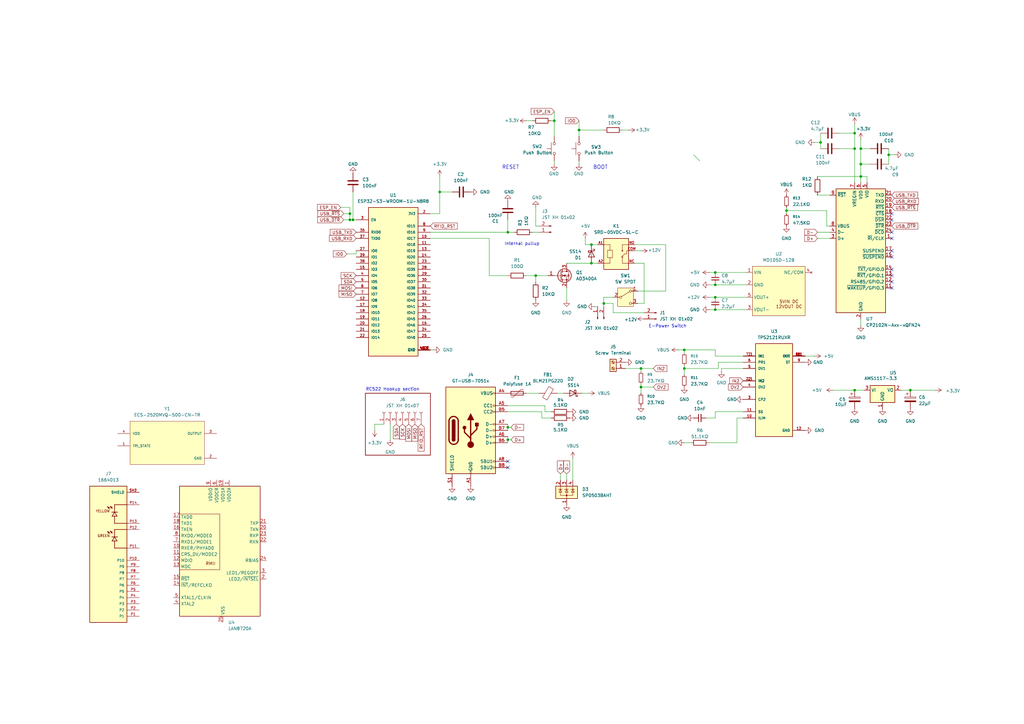
<source format=kicad_sch>
(kicad_sch (version 20250114) (generator "eeschema") (generator_version "9.0")
  (paper "A3")
  (title_block (title "RFID Door Lock Control Board IOT Appliance") (date "2025-09-13") (rev "3") (comment 2 "©Angelo Semertsidis 2025"))
  (text "BOOT" (at 246.253 68.707 0) (effects (font (size 1.524 1.524))))
  (text "E-Power Switch" (at 273.812 133.858 0) (effects (font (size 1.27 1.27))))
  (text "RC522 Hookup section\n" (at 161.036 159.766 0) (effects (font (size 1.27 1.27))))
  (text "Internal pullup" (at 214.122 100.076 0) (effects (font (size 1.27 1.27))))
  (text "RESET" (at 209.423 68.707 0) (effects (font (size 1.524 1.524))))
  (text_box "" (at 149.86 161.29 0) (size 26.67 25.4) (margins 0.9525 0.9525 0.9525 0.9525) (stroke (width 0.254) (color 132 0 0 1)) (effects (font (size 1.27 1.27)) (justify left top)))
  (junction (at 208.28 180.34))
  (junction (at 293.37 111.76))
  (junction (at 219.71 113.03))
  (junction (at 242.57 107.95))
  (junction (at 293.37 127))
  (junction (at 208.28 175.26))
  (junction (at 280.67 151.13))
  (junction (at 322.58 86.36))
  (junction (at 143.51 90.17))
  (junction (at 336.55 58.42))
  (junction (at 247.65 124.46))
  (junction (at 350.52 54.61))
  (junction (at 242.57 100.33))
  (junction (at 364.49 63.5))
  (junction (at 144.78 90.17))
  (junction (at 373.38 160.02))
  (junction (at 262.89 158.75))
  (junction (at 208.28 95.25))
  (junction (at 227.33 49.53))
  (junction (at 353.06 67.31))
  (junction (at 143.51 87.63))
  (junction (at 353.06 72.39))
  (junction (at 350.52 160.02))
  (junction (at 353.06 60.96))
  (junction (at 293.37 121.92))
  (junction (at 280.67 143.51))
  (junction (at 293.37 116.84))
  (junction (at 350.52 60.96))
  (junction (at 180.34 78.74))
  (junction (at 262.89 151.13))
  (junction (at 237.49 53.34))
  (no_connect (at 365.76 118.11))
  (no_connect (at 365.76 110.49))
  (no_connect (at 365.76 105.41))
  (no_connect (at 365.76 113.03))
  (no_connect (at 208.28 189.23))
  (no_connect (at 365.76 97.79))
  (no_connect (at 365.76 87.63))
  (no_connect (at 365.76 115.57))
  (no_connect (at 365.76 90.17))
  (no_connect (at 208.28 191.77))
  (no_connect (at 365.76 102.87))
  (no_connect (at 365.76 95.25))
  (bus_entry (at 284.48 63.5) (size 2.54 2.54))
  (wire (pts (xy 353.06 60.96) (xy 353.06 67.31)))
  (wire (pts (xy 180.34 78.74) (xy 185.42 78.74)))
  (wire (pts (xy 142.24 104.14) (xy 146.05 104.14)))
  (wire (pts (xy 353.06 67.31) (xy 353.06 72.39)))
  (wire (pts (xy 222.25 171.45) (xy 222.25 168.91)))
  (wire (pts (xy 240.03 97.79) (xy 240.03 100.33)))
  (wire (pts (xy 215.9 113.03) (xy 219.71 113.03)))
  (wire (pts (xy 237.49 53.34) (xy 237.49 49.53)))
  (wire (pts (xy 350.52 54.61) (xy 350.52 60.96)))
  (wire (pts (xy 176.53 97.79) (xy 200.66 97.79)))
  (wire (pts (xy 247.65 124.46) (xy 251.46 124.46)))
  (wire (pts (xy 143.51 87.63) (xy 140.97 87.63)))
  (wire (pts (xy 247.65 121.92) (xy 247.65 124.46)))
  (wire (pts (xy 176.53 87.63) (xy 180.34 87.63)))
  (wire (pts (xy 294.64 151.13) (xy 294.64 148.59)))
  (wire (pts (xy 289.56 171.45) (xy 293.37 171.45)))
  (wire (pts (xy 330.2 146.05) (xy 334.01 146.05)))
  (wire (pts (xy 157.48 173.99) (xy 153.67 173.99)))
  (wire (pts (xy 336.55 58.42) (xy 336.55 60.96)))
  (wire (pts (xy 290.83 121.92) (xy 293.37 121.92)))
  (wire (pts (xy 335.28 95.25) (xy 340.36 95.25)))
  (wire (pts (xy 335.28 97.79) (xy 340.36 97.79)))
  (wire (pts (xy 322.58 86.36) (xy 322.58 87.63)))
  (wire (pts (xy 293.37 168.91) (xy 304.8 168.91)))
  (wire (pts (xy 234.95 187.96) (xy 234.95 196.85)))
  (wire (pts (xy 176.53 95.25) (xy 208.28 95.25)))
  (wire (pts (xy 339.09 92.71) (xy 340.36 92.71)))
  (wire (pts (xy 290.83 127) (xy 293.37 127)))
  (wire (pts (xy 293.37 146.05) (xy 293.37 143.51)))
  (wire (pts (xy 208.28 173.99) (xy 208.28 175.26)))
  (wire (pts (xy 339.09 86.36) (xy 339.09 92.71)))
  (wire (pts (xy 251.46 124.46) (xy 251.46 128.27)))
  (wire (pts (xy 176.53 143.51) (xy 177.8 143.51)))
  (wire (pts (xy 264.16 124.46) (xy 264.16 107.95)))
  (wire (pts (xy 238.76 161.29) (xy 241.3 161.29)))
  (wire (pts (xy 200.66 113.03) (xy 200.66 97.79)))
  (wire (pts (xy 226.06 49.53) (xy 227.33 49.53)))
  (wire (pts (xy 208.28 175.26) (xy 209.55 175.26)))
  (wire (pts (xy 280.67 151.13) (xy 280.67 153.67)))
  (wire (pts (xy 143.51 87.63) (xy 143.51 90.17)))
  (wire (pts (xy 160.02 173.99) (xy 160.02 180.34)))
  (wire (pts (xy 247.65 121.92) (xy 251.46 121.92)))
  (wire (pts (xy 293.37 121.92) (xy 306.07 121.92)))
  (wire (pts (xy 293.37 127) (xy 306.07 127)))
  (wire (pts (xy 304.8 151.13) (xy 295.91 151.13)))
  (wire (pts (xy 295.91 151.13) (xy 295.91 152.4)))
  (wire (pts (xy 143.51 90.17) (xy 144.78 90.17)))
  (wire (pts (xy 350.52 160.02) (xy 354.33 160.02)))
  (wire (pts (xy 260.35 102.87) (xy 262.89 102.87)))
  (wire (pts (xy 140.97 90.17) (xy 143.51 90.17)))
  (wire (pts (xy 280.67 143.51) (xy 280.67 144.78)))
  (wire (pts (xy 229.87 194.31) (xy 229.87 196.85)))
  (wire (pts (xy 262.89 158.75) (xy 262.89 161.29)))
  (wire (pts (xy 208.28 180.34) (xy 209.55 180.34)))
  (wire (pts (xy 353.06 130.81) (xy 353.06 133.35)))
  (wire (pts (xy 262.89 151.13) (xy 262.89 152.4)))
  (wire (pts (xy 273.05 100.33) (xy 273.05 119.38)))
  (wire (pts (xy 293.37 116.84) (xy 306.07 116.84)))
  (wire (pts (xy 257.81 53.34) (xy 255.27 53.34)))
  (wire (pts (xy 335.28 80.01) (xy 340.36 80.01)))
  (wire (pts (xy 237.49 53.34) (xy 247.65 53.34)))
  (wire (pts (xy 353.06 57.15) (xy 353.06 60.96)))
  (wire (pts (xy 336.55 54.61) (xy 336.55 58.42)))
  (wire (pts (xy 245.11 125.73) (xy 243.84 125.73)))
  (wire (pts (xy 223.52 168.91) (xy 223.52 166.37)))
  (wire (pts (xy 180.34 87.63) (xy 180.34 78.74)))
  (wire (pts (xy 222.25 168.91) (xy 208.28 168.91)))
  (wire (pts (xy 262.89 151.13) (xy 267.97 151.13)))
  (wire (pts (xy 261.62 124.46) (xy 264.16 124.46)))
  (wire (pts (xy 278.13 143.51) (xy 280.67 143.51)))
  (wire (pts (xy 302.26 181.61) (xy 302.26 171.45)))
  (wire (pts (xy 280.67 181.61) (xy 283.21 181.61)))
  (wire (pts (xy 280.67 151.13) (xy 294.64 151.13)))
  (wire (pts (xy 293.37 111.76) (xy 306.07 111.76)))
  (wire (pts (xy 290.83 116.84) (xy 293.37 116.84)))
  (wire (pts (xy 294.64 148.59) (xy 304.8 148.59)))
  (wire (pts (xy 232.41 118.11) (xy 232.41 123.19)))
  (wire (pts (xy 341.63 160.02) (xy 350.52 160.02)))
  (wire (pts (xy 290.83 181.61) (xy 302.26 181.61)))
  (wire (pts (xy 227.33 67.31) (xy 227.33 66.04)))
  (wire (pts (xy 280.67 149.86) (xy 280.67 151.13)))
  (wire (pts (xy 242.57 107.95) (xy 245.11 107.95)))
  (wire (pts (xy 364.49 67.31) (xy 364.49 63.5)))
  (wire (pts (xy 232.41 194.31) (xy 232.41 196.85)))
  (wire (pts (xy 353.06 60.96) (xy 356.87 60.96)))
  (wire (pts (xy 139.7 85.09) (xy 143.51 85.09)))
  (wire (pts (xy 350.52 50.8) (xy 350.52 54.61)))
  (wire (pts (xy 293.37 143.51) (xy 280.67 143.51)))
  (wire (pts (xy 353.06 72.39) (xy 353.06 74.93)))
  (wire (pts (xy 353.06 67.31) (xy 356.87 67.31)))
  (wire (pts (xy 227.33 55.88) (xy 227.33 49.53)))
  (wire (pts (xy 144.78 90.17) (xy 146.05 90.17)))
  (wire (pts (xy 344.17 54.61) (xy 350.52 54.61)))
  (wire (pts (xy 227.33 49.53) (xy 227.33 45.72)))
  (wire (pts (xy 262.89 157.48) (xy 262.89 158.75)))
  (wire (pts (xy 146.05 104.14) (xy 146.05 102.87)))
  (wire (pts (xy 290.83 111.76) (xy 293.37 111.76)))
  (wire (pts (xy 322.58 86.36) (xy 339.09 86.36)))
  (wire (pts (xy 218.44 95.25) (xy 220.98 95.25)))
  (wire (pts (xy 353.06 72.39) (xy 355.6 72.39)))
  (wire (pts (xy 220.98 92.71) (xy 219.71 92.71)))
  (wire (pts (xy 144.78 78.74) (xy 144.78 90.17)))
  (wire (pts (xy 208.28 180.34) (xy 208.28 181.61)))
  (wire (pts (xy 219.71 113.03) (xy 219.71 115.57)))
  (wire (pts (xy 264.16 107.95) (xy 260.35 107.95)))
  (wire (pts (xy 247.65 124.46) (xy 247.65 125.73)))
  (wire (pts (xy 223.52 166.37) (xy 208.28 166.37)))
  (wire (pts (xy 242.57 100.33) (xy 245.11 100.33)))
  (wire (pts (xy 237.49 55.88) (xy 237.49 53.34)))
  (wire (pts (xy 355.6 72.39) (xy 355.6 74.93)))
  (wire (pts (xy 344.17 60.96) (xy 350.52 60.96)))
  (wire (pts (xy 369.57 160.02) (xy 373.38 160.02)))
  (wire (pts (xy 261.62 119.38) (xy 273.05 119.38)))
  (wire (pts (xy 219.71 92.71) (xy 219.71 85.09)))
  (wire (pts (xy 219.71 113.03) (xy 224.79 113.03)))
  (wire (pts (xy 232.41 107.95) (xy 242.57 107.95)))
  (wire (pts (xy 208.28 95.25) (xy 210.82 95.25)))
  (wire (pts (xy 208.28 175.26) (xy 208.28 176.53)))
  (wire (pts (xy 304.8 146.05) (xy 293.37 146.05)))
  (wire (pts (xy 228.6 161.29) (xy 231.14 161.29)))
  (wire (pts (xy 251.46 128.27) (xy 264.16 128.27)))
  (wire (pts (xy 367.03 63.5) (xy 364.49 63.5)))
  (wire (pts (xy 208.28 95.25) (xy 208.28 90.17)))
  (wire (pts (xy 208.28 179.07) (xy 208.28 180.34)))
  (wire (pts (xy 208.28 113.03) (xy 200.66 113.03)))
  (wire (pts (xy 222.25 171.45) (xy 226.06 171.45)))
  (wire (pts (xy 293.37 171.45) (xy 293.37 168.91)))
  (wire (pts (xy 215.9 49.53) (xy 218.44 49.53)))
  (wire (pts (xy 262.89 158.75) (xy 267.97 158.75)))
  (wire (pts (xy 335.28 72.39) (xy 353.06 72.39)))
  (wire (pts (xy 273.05 100.33) (xy 260.35 100.33)))
  (wire (pts (xy 302.26 171.45) (xy 304.8 171.45)))
  (wire (pts (xy 373.38 160.02) (xy 383.54 160.02)))
  (wire (pts (xy 322.58 85.09) (xy 322.58 86.36)))
  (wire (pts (xy 240.03 100.33) (xy 242.57 100.33)))
  (wire (pts (xy 256.54 151.13) (xy 262.89 151.13)))
  (wire (pts (xy 364.49 63.5) (xy 364.49 60.96)))
  (wire (pts (xy 143.51 87.63) (xy 143.51 85.09)))
  (wire (pts (xy 237.49 67.31) (xy 237.49 66.04)))
  (wire (pts (xy 180.34 72.39) (xy 180.34 78.74)))
  (wire (pts (xy 226.06 168.91) (xy 223.52 168.91)))
  (wire (pts (xy 350.52 60.96) (xy 350.52 74.93)))
  (wire (pts (xy 153.67 173.99) (xy 153.67 176.53)))
  (wire (pts (xy 334.01 58.42) (xy 336.55 58.42)))
  (wire (pts (xy 215.9 161.29) (xy 220.98 161.29)))
  (global_label "USB_RXD" (shape input) (at 365.76 82.55 0) (property "Intersheetrefs" "${INTERSHEET_REFS}" (effects (hide yes))))
  (global_label "OV2" (shape input) (at 267.97 158.75 0) (property "Intersheetrefs" "${INTERSHEET_REFS}" (effects (hide yes))))
  (global_label "USB_~{RTS}" (shape input) (at 365.76 85.09 0) (property "Intersheetrefs" "${INTERSHEET_REFS}" (effects (hide yes))))
  (global_label "SDA" (shape input) (at 146.05 115.57 180) (property "Intersheetrefs" "${INTERSHEET_REFS}" (effects (hide yes))))
  (global_label "MISO" (shape input) (at 146.05 120.65 180) (property "Intersheetrefs" "${INTERSHEET_REFS}" (effects (hide yes))))
  (global_label "D-" (shape input) (at 209.55 175.26 0) (property "Intersheetrefs" "${INTERSHEET_REFS}" (effects (hide yes))))
  (global_label "RFID_RST" (shape input) (at 176.53 92.71 0) (property "Intersheetrefs" "${INTERSHEET_REFS}" (effects (hide yes))))
  (global_label "RFID_RST" (shape input) (at 172.72 173.99 270) (property "Intersheetrefs" "${INTERSHEET_REFS}" (effects (hide yes))))
  (global_label "IO0" (shape input) (at 237.49 49.53 180) (property "Intersheetrefs" "${INTERSHEET_REFS}" (effects (hide yes))))
  (global_label "D+" (shape input) (at 229.87 194.31 90) (property "Intersheetrefs" "${INTERSHEET_REFS}" (effects (hide yes))))
  (global_label "USB_TXD" (shape input) (at 146.05 95.25 180) (property "Intersheetrefs" "${INTERSHEET_REFS}" (effects (hide yes))))
  (global_label "USB_~{RTS}" (shape input) (at 140.97 87.63 180) (property "Intersheetrefs" "${INTERSHEET_REFS}" (effects (hide yes))))
  (global_label "D+" (shape input) (at 335.28 97.79 180) (property "Intersheetrefs" "${INTERSHEET_REFS}" (effects (hide yes))))
  (global_label "D+" (shape input) (at 209.55 180.34 0) (property "Intersheetrefs" "${INTERSHEET_REFS}" (effects (hide yes))))
  (global_label "ESP_EN" (shape input) (at 139.7 85.09 180) (property "Intersheetrefs" "${INTERSHEET_REFS}" (effects (hide yes))))
  (global_label "OV2" (shape input) (at 304.8 158.75 180) (property "Intersheetrefs" "${INTERSHEET_REFS}" (effects (hide yes))))
  (global_label "MOSI" (shape input) (at 146.05 118.11 180) (property "Intersheetrefs" "${INTERSHEET_REFS}" (effects (hide yes))))
  (global_label "MOSI" (shape input) (at 167.64 173.99 270) (property "Intersheetrefs" "${INTERSHEET_REFS}" (effects (hide yes))))
  (global_label "D-" (shape input) (at 232.41 194.31 90) (property "Intersheetrefs" "${INTERSHEET_REFS}" (effects (hide yes))))
  (global_label "IO0" (shape input) (at 142.24 104.14 180) (property "Intersheetrefs" "${INTERSHEET_REFS}" (effects (hide yes))))
  (global_label "IN2" (shape input) (at 267.97 151.13 0) (property "Intersheetrefs" "${INTERSHEET_REFS}" (effects (hide yes))))
  (global_label "SDA" (shape input) (at 162.56 173.99 270) (property "Intersheetrefs" "${INTERSHEET_REFS}" (effects (hide yes))))
  (global_label "IN2" (shape input) (at 304.8 156.21 180) (property "Intersheetrefs" "${INTERSHEET_REFS}" (effects (hide yes))))
  (global_label "SCK" (shape input) (at 146.05 113.03 180) (property "Intersheetrefs" "${INTERSHEET_REFS}" (effects (hide yes))))
  (global_label "USB_~{DTR}" (shape input) (at 140.97 90.17 180) (property "Intersheetrefs" "${INTERSHEET_REFS}" (effects (hide yes))))
  (global_label "D-" (shape input) (at 335.28 95.25 180) (property "Intersheetrefs" "${INTERSHEET_REFS}" (effects (hide yes))))
  (global_label "MISO" (shape input) (at 170.18 173.99 270) (property "Intersheetrefs" "${INTERSHEET_REFS}" (effects (hide yes))))
  (global_label "SCK" (shape input) (at 165.1 173.99 270) (property "Intersheetrefs" "${INTERSHEET_REFS}" (effects (hide yes))))
  (global_label "USB_~{DTR}" (shape input) (at 365.76 92.71 0) (property "Intersheetrefs" "${INTERSHEET_REFS}" (effects (hide yes))))
  (global_label "USB_RXD" (shape input) (at 146.05 97.79 180) (property "Intersheetrefs" "${INTERSHEET_REFS}" (effects (hide yes))))
  (global_label "USB_TXD" (shape input) (at 365.76 80.01 0) (property "Intersheetrefs" "${INTERSHEET_REFS}" (effects (hide yes))))
  (global_label "ESP_EN" (shape input) (at 227.33 45.72 180) (property "Intersheetrefs" "${INTERSHEET_REFS}" (effects (hide yes))))
  (symbol (lib_id "power:+12V") (at 290.83 121.92 90) (unit 1)
    (property "Reference" "#PWR028" (effects (hide yes)))
    (property "Value" "+12V" (at 287.02 121.9199 90) (effects (justify left)))
    (property "Description" "Power symbol creates a global label with name \"+12V\"" (effects (hide yes)))
  )
  (symbol (lib_id "Device:R") (at 335.28 76.2 180) (unit 1)
    (property "Reference" "R12" (at 328.93 73.406 0) (effects (justify right)))
    (property "Value" "1KΩ" (at 328.93 75.946 0) (effects (justify right)))
    (property "Footprint" "Resistor_SMD:R_0805_2012Metric" (effects (hide yes)))
    (property "Description" "Resistor" (effects (hide yes)))
  )
  (symbol (lib_id "Device:D_Schottky") (at 242.57 104.14 270) (unit 1)
    (property "Reference" "D1" (at 238.506 105.664 90) (effects (justify right)))
    (property "Value" "SS14" (at 238.506 103.124 90) (effects (justify right)))
    (property "Footprint" "SS14:DIOM4325X250N" (effects (hide yes)))
    (property "Description" "Schottky diode" (effects (hide yes)))
  )
  (symbol (lib_id "power:GND") (at 193.04 199.39 0) (unit 1)
    (property "Reference" "#PWR016" (effects (hide yes)))
    (property "Value" "GND" (at 193.04 204.47 0))
    (property "Description" "Power symbol creates a global label with name \"GND\" , ground" (effects (hide yes)))
  )
  (symbol (lib_id "power:GND") (at 304.8 163.83 270) (unit 1)
    (property "Reference" "#PWR038" (effects (hide yes)))
    (property "Value" "GND" (at 302.26 163.8299 90) (effects (justify right)))
    (property "Description" "Power symbol creates a global label with name \"GND\" , ground" (effects (hide yes)))
  )
  (symbol (lib_id "power:GND") (at 193.04 78.74 90) (unit 1)
    (property "Reference" "#PWR022" (effects (hide yes)))
    (property "Value" "GND" (at 196.85 78.7399 90) (effects (justify right)))
    (property "Description" "Power symbol creates a global label with name \"GND\" , ground" (effects (hide yes)))
  )
  (symbol (lib_id "1664013:1664013") (at 44.45 227.33 180) (unit 1)
    (property "Reference" "J7" (at 44.45 194.31 0))
    (property "Value" "1664013" (at 44.45 196.85 0))
    (property "Footprint" "1664013:PHOENIX_1664013" (effects (hide yes)))
    (property "DigiKey_Part_Number" "277-1664013-ND" (effects (hide yes)))
    (property "SnapEDA_Link" "https://www.snapeda.com/parts/1664013/Phoenix+Contact/view-part/?ref=snap" (effects (hide yes)))
    (property "MAXIMUM_PACKAGE_HEIGHT" "13.8mm" (effects (hide yes)))
    (property "Package" "None" (effects (hide yes)))
    (property "Check_prices" "https://www.snapeda.com/parts/1664013/Phoenix+Contact/view-part/?ref=eda" (effects (hide yes)))
    (property "STANDARD" "Manufacturer Recommendations" (effects (hide yes)))
    (property "PARTREV" "07.11.2024" (effects (hide yes)))
    (property "MF" "Phoenix Contact" (effects (hide yes)))
    (property "MP" "1664013" (effects (hide yes)))
    (property "Description_1" "Phoenix Contact 1664013 CUC-IB3G-J1ST-AT/R4T-L1" (effects (hide yes)))
    (property "MANUFACTURER" "Phoenix Contact" (effects (hide yes)))
  )
  (symbol (lib_id "Device:R") (at 222.25 49.53 90) (unit 1)
    (property "Reference" "R7" (at 216.535 52.197 90) (effects (justify right)))
    (property "Value" "10KΩ" (at 216.535 54.737 90) (effects (justify right)))
    (property "Footprint" "Resistor_SMD:R_0805_2012Metric" (effects (hide yes)))
    (property "Description" "Resistor" (effects (hide yes)))
  )
  (symbol (lib_id "power:+3.3V") (at 383.54 160.02 270) (unit 1)
    (property "Reference" "#PWR025" (effects (hide yes)))
    (property "Value" "+3.3V" (at 387.858 160.274 90) (effects (justify left)))
    (property "Description" "Power symbol creates a global label with name \"+3.3V\"" (effects (hide yes)))
  )
  (symbol (lib_id "custom:Converter_DC_MD105D-12B") (at 318.77 105.41 0) (unit 1)
    (property "Reference" "U2" (at 319.405 104.14 0))
    (property "Value" "MD105D-12B" (at 319.405 106.68 0))
    (property "Footprint" "custom:MD105D-12B" (effects (hide yes)))
    (property "Datasheet" "https://micropowerdirect.com/wp-content/uploads/2024/08/MD100B-Datasheet.pdf" (effects (hide yes)))
    (property "Description" "5v in to 12v out DC-DC Converter module" (effects (hide yes)))
  )
  (symbol (lib_id "power:+5V") (at 290.83 111.76 90) (unit 1)
    (property "Reference" "#PWR027" (effects (hide yes)))
    (property "Value" "+5V" (at 287.02 111.7599 90) (effects (justify left)))
    (property "Description" "Power symbol creates a global label with name \"+5V\"" (effects (hide yes)))
  )
  (symbol (lib_id "Connector:Conn_01x07_Socket") (at 165.1 168.91 90) (unit 1)
    (property "Reference" "J6" (at 165.1 163.83 90))
    (property "Value" "JST XH 01x07" (at 165.1 166.37 90))
    (property "Footprint" "Connector_JST:JST_XH_S7B-XH-A_1x07_P2.50mm_Horizontal" (effects (hide yes)))
    (property "Description" "Generic connector, single row, 01x07, script generated" (effects (hide yes)))
  )
  (symbol (lib_id "power:GND") (at 233.68 171.45 90) (unit 1)
    (property "Reference" "#PWR018" (effects (hide yes)))
    (property "Value" "GND" (at 237.49 171.4499 90) (effects (justify right)))
    (property "Description" "Power symbol creates a global label with name \"GND\" , ground" (effects (hide yes)))
  )
  (symbol (lib_id "power:+9V") (at 264.16 130.81 90) (unit 1)
    (property "Reference" "#PWR07" (effects (hide yes)))
    (property "Value" "+12V" (at 256.032 131.064 90) (effects (justify right)))
    (property "Description" "Power symbol creates a global label with name \"+9V\"" (effects (hide yes)))
  )
  (symbol (lib_id "Device:R") (at 251.46 53.34 270) (unit 1)
    (property "Reference" "R8" (at 249.301 47.879 90) (effects (justify left)))
    (property "Value" "10KΩ" (at 249.301 50.419 90) (effects (justify left)))
    (property "Footprint" "Resistor_SMD:R_0805_2012Metric" (effects (hide yes)))
    (property "Description" "Resistor" (effects (hide yes)))
  )
  (symbol (lib_id "power:GND") (at 284.48 171.45 270) (unit 1)
    (property "Reference" "#PWR039" (effects (hide yes)))
    (property "Value" "GND" (at 281.94 171.4499 90) (effects (justify right)))
    (property "Description" "Power symbol creates a global label with name \"GND\" , ground" (effects (hide yes)))
  )
  (symbol (lib_id "Device:C_Polarized") (at 350.52 163.83 0) (unit 1)
    (property "Reference" "C5" (at 344.17 163.83 0) (effects (justify left)))
    (property "Value" "10µF" (at 342.392 165.862 0) (effects (justify left)))
    (property "Footprint" "WCAP-ASLL_6.3X5.5:WCAP-ASLL_6.3X5.5_DXL_" (effects (hide yes)))
    (property "Description" "Polarized capacitor" (effects (hide yes)))
  )
  (symbol (lib_id "power:VBUS") (at 278.13 143.51 90) (unit 1)
    (property "Reference" "#PWR020" (effects (hide yes)))
    (property "Value" "VBUS" (at 272.034 143.51 90))
    (property "Description" "Power symbol creates a global label with name \"VBUS\"" (effects (hide yes)))
  )
  (symbol (lib_id "power:GND") (at 330.2 148.59 90) (unit 1)
    (property "Reference" "#PWR045" (effects (hide yes)))
    (property "Value" "GND" (at 333.502 148.59 90) (effects (justify right)))
    (property "Description" "Power symbol creates a global label with name \"GND\" , ground" (effects (hide yes)))
  )
  (symbol (lib_id "Device:C") (at 360.68 67.31 90) (unit 1)
    (property "Reference" "C9" (at 368.554 71.628 90) (effects (justify left)))
    (property "Value" "4.7µF" (at 368.554 69.088 90) (effects (justify left)))
    (property "Footprint" "Capacitor_SMD:C_0603_1608Metric" (effects (hide yes)))
    (property "Description" "Unpolarized capacitor" (effects (hide yes)))
  )
  (symbol (lib_id "Connector:Conn_01x02_Pin") (at 245.11 130.81 90) (unit 1)
    (property "Reference" "J2" (at 239.776 132.08 90) (effects (justify right)))
    (property "Value" "JST XH 01x02" (at 239.776 134.62 90) (effects (justify right)))
    (property "Footprint" "Connector_JST:JST_XH_S2B-XH-A-1_1x02_P2.50mm_Horizontal" (effects (hide yes)))
    (property "Description" "Generic connector, single row, 01x02, script generated" (effects (hide yes)))
  )
  (symbol (lib_id "power:GND") (at 367.03 63.5 90) (unit 1)
    (property "Reference" "#PWR052" (effects (hide yes)))
    (property "Value" "GND" (at 370.84 63.5001 90) (effects (justify right)))
    (property "Description" "Power symbol creates a global label with name \"GND\" , ground" (effects (hide yes)))
  )
  (symbol (lib_id "power:VBUS") (at 234.95 187.96 0) (unit 1)
    (property "Reference" "#PWR021" (effects (hide yes)))
    (property "Value" "VBUS" (at 234.95 182.88 0))
    (property "Description" "Power symbol creates a global label with name \"VBUS\"" (effects (hide yes)))
  )
  (symbol (lib_id "Device:C") (at 144.78 74.93 0) (unit 1)
    (property "Reference" "C3" (at 148.59 73.6599 0) (effects (justify left)))
    (property "Value" "100nF" (at 148.59 76.1999 0) (effects (justify left)))
    (property "Footprint" "Capacitor_SMD:C_0402_1005Metric" (effects (hide yes)))
    (property "Description" "Unpolarized capacitor" (effects (hide yes)))
  )
  (symbol (lib_id "power:GND") (at 227.33 67.31 0) (unit 1)
    (property "Reference" "#PWR034" (effects (hide yes)))
    (property "Value" "GND" (at 229.235 71.247 0) (effects (justify right)))
    (property "Description" "Power symbol creates a global label with name \"GND\" , ground" (effects (hide yes)))
  )
  (symbol (lib_id "power:GND") (at 232.41 207.01 0) (unit 1)
    (property "Reference" "#PWR023" (effects (hide yes)))
    (property "Value" "GND" (at 232.41 212.09 0))
    (property "Description" "Power symbol creates a global label with name \"GND\" , ground" (effects (hide yes)))
  )
  (symbol (lib_id "Device:C") (at 340.36 60.96 270) (unit 1)
    (property "Reference" "C11" (at 334.518 64.262 90) (effects (justify left)))
    (property "Value" "100nF" (at 334.518 66.802 90) (effects (justify left)))
    (property "Footprint" "Capacitor_SMD:C_0402_1005Metric" (effects (hide yes)))
    (property "Description" "Unpolarized capacitor" (effects (hide yes)))
  )
  (symbol (lib_id "Device:C") (at 340.36 54.61 270) (unit 1)
    (property "Reference" "C12" (at 332.486 50.292 90) (effects (justify left)))
    (property "Value" "4.7µF" (at 332.486 52.832 90) (effects (justify left)))
    (property "Footprint" "Capacitor_SMD:C_0603_1608Metric" (effects (hide yes)))
    (property "Description" "Unpolarized capacitor" (effects (hide yes)))
  )
  (symbol (lib_id "power:GND") (at 295.91 152.4 0) (unit 1)
    (property "Reference" "#PWR044" (effects (hide yes)))
    (property "Value" "GND" (at 295.91 156.972 0))
    (property "Description" "Power symbol creates a global label with name \"GND\" , ground" (effects (hide yes)))
  )
  (symbol (lib_id "Connector:Conn_01x02_Pin") (at 269.24 130.81 180) (unit 1)
    (property "Reference" "J1" (at 270.51 128.2699 0) (effects (justify right)))
    (property "Value" "JST XH 01x02" (at 270.51 130.8099 0) (effects (justify right)))
    (property "Footprint" "Connector_JST:JST_XH_S2B-XH-A_1x02_P2.50mm_Horizontal" (effects (hide yes)))
    (property "Description" "Generic connector, single row, 01x02, script generated" (effects (hide yes)))
  )
  (symbol (lib_id "Interface_USB:CP2102N-Axx-xQFN24") (at 353.06 102.87 0) (unit 1)
    (property "Reference" "U7" (at 355.2033 130.81 0) (effects (justify left)))
    (property "Value" "CP2102N-Axx-xQFN24" (at 355.2033 133.35 0) (effects (justify left)))
    (property "Footprint" "Package_DFN_QFN:QFN-24-1EP_4x4mm_P0.5mm_EP2.6x2.6mm" (effects (hide yes)))
    (property "Datasheet" "https://www.silabs.com/documents/public/data-sheets/cp2102n-datasheet.pdf" (effects (hide yes)))
    (property "Description" "USB to UART master bridge, QFN-24" (effects (hide yes)))
  )
  (symbol (lib_id "power:GND") (at 290.83 127 270) (unit 1)
    (property "Reference" "#PWR015" (effects (hide yes)))
    (property "Value" "GND" (at 287.02 126.9999 90) (effects (justify right)))
    (property "Description" "Power symbol creates a global label with name \"GND\" , ground" (effects (hide yes)))
  )
  (symbol (lib_id "ESP32-S3-WROOM-1U-N8R8:ESP32-S3-WROOM-1U-N8R8") (at 161.29 115.57 0) (unit 1)
    (property "Reference" "U1" (at 161.29 80.01 0))
    (property "Value" "ESP32-S3-WROOM-1U-N8R8" (at 161.29 82.55 0))
    (property "Footprint" "ESP32-S3-WROOM-1U-N8R8:XCVR_ESP32-S3-WROOM-1U-N8R8" (effects (hide yes)))
    (property "MF" "Espressif Systems" (effects (hide yes)))
    (property "MAXIMUM_PACKAGE_HEIGHT" "3.35mm" (effects (hide yes)))
    (property "Package" "SMD-41 Espressif Systems" (effects (hide yes)))
    (property "Price" "None" (effects (hide yes)))
    (property "Check_prices" "https://www.snapeda.com/parts/ESP32-S3-WROOM-1U-N8R8/Espressif+Systems/view-part/?ref=eda" (effects (hide yes)))
    (property "STANDARD" "Manufacturer Recommendations" (effects (hide yes)))
    (property "PARTREV" "v1.1" (effects (hide yes)))
    (property "SnapEDA_Link" "https://www.snapeda.com/parts/ESP32-S3-WROOM-1U-N8R8/Espressif+Systems/view-part/?ref=snap" (effects (hide yes)))
    (property "MP" "ESP32-S3-WROOM-1U-N8R8" (effects (hide yes)))
    (property "Description_1" "Bluetooth, WiFi 802.11b/g/n, Bluetooth v5.0 Transceiver Module 2.4GHz Antenna Not Included, U.FL Surface Mount" (effects (hide yes)))
    (property "Availability" "In Stock" (effects (hide yes)))
    (property "MANUFACTURER" "Espressif Systems" (effects (hide yes)))
  )
  (symbol (lib_id "Device:C") (at 360.68 60.96 90) (unit 1)
    (property "Reference" "C10" (at 366.522 57.658 90) (effects (justify left)))
    (property "Value" "100nF" (at 366.522 55.118 90) (effects (justify left)))
    (property "Footprint" "Capacitor_SMD:C_0402_1005Metric" (effects (hide yes)))
    (property "Description" "Unpolarized capacitor" (effects (hide yes)))
  )
  (symbol (lib_id "power:GND") (at 237.49 67.31 0) (unit 1)
    (property "Reference" "#PWR036" (effects (hide yes)))
    (property "Value" "GND" (at 239.395 71.247 0) (effects (justify right)))
    (property "Description" "Power symbol creates a global label with name \"GND\" , ground" (effects (hide yes)))
  )
  (symbol (lib_id "Device:R") (at 219.71 119.38 0) (unit 1)
    (property "Reference" "R2" (at 222.25 118.1099 0) (effects (justify left)))
    (property "Value" "10KΩ" (at 222.25 120.6499 0) (effects (justify left)))
    (property "Footprint" "Resistor_SMD:R_0805_2012Metric" (effects (hide yes)))
    (property "Description" "Resistor" (effects (hide yes)))
  )
  (symbol (lib_id "TPS2121RUXR:TPS2121RUXR") (at 317.5 161.29 0) (unit 1)
    (property "Reference" "U3" (at 317.5 135.89 0))
    (property "Value" "TPS2121RUXR" (at 317.5 138.43 0))
    (property "Footprint" "TPS2121RUXR:IC_TPS2121RUXR" (effects (hide yes)))
    (property "MF" "Texas Instruments" (effects (hide yes)))
    (property "Description_1" "2.7-V to 22-V, 56-mΩ, 4.5-A, power mux with seamless switchover" (effects (hide yes)))
    (property "Package" "VQFN-HR-12 Texas Instruments" (effects (hide yes)))
    (property "Price" "None" (effects (hide yes)))
    (property "Check_prices" "https://www.snapeda.com/parts/TPS2121RUXR/Texas+Instruments/view-part/?ref=eda" (effects (hide yes)))
    (property "STANDARD" "Manufacturer Recommendations" (effects (hide yes)))
    (property "SnapEDA_Link" "https://www.snapeda.com/parts/TPS2121RUXR/Texas+Instruments/view-part/?ref=snap" (effects (hide yes)))
    (property "MP" "TPS2121RUXR" (effects (hide yes)))
    (property "Availability" "In Stock" (effects (hide yes)))
    (property "MANUFACTURER" "TEXAS INSTRUMENTS" (effects (hide yes)))
  )
  (symbol (lib_id "power:+3.3V") (at 180.34 72.39 0) (unit 1)
    (property "Reference" "#PWR026" (effects (hide yes)))
    (property "Value" "+3.3V" (at 180.34 67.31 0))
    (property "Description" "Power symbol creates a global label with name \"+3.3V\"" (effects (hide yes)))
  )
  (symbol (lib_id "Device:R_Small") (at 280.67 156.21 0) (unit 1)
    (property "Reference" "R11" (at 283.21 154.9399 0) (effects (font (size 1.016 1.016)) (justify left)))
    (property "Value" "23.7KΩ" (at 283.21 157.4799 0) (effects (justify left)))
    (property "Footprint" "Resistor_SMD:R_0402_1005Metric" (effects (hide yes)))
    (property "Description" "Resistor, small symbol" (effects (hide yes)))
  )
  (symbol (lib_id "power:+9V") (at 262.89 102.87 270) (unit 1)
    (property "Reference" "#PWR02" (effects (hide yes)))
    (property "Value" "+12V" (at 271.018 102.616 90) (effects (justify right)))
    (property "Description" "Power symbol creates a global label with name \"+9V\"" (effects (hide yes)))
  )
  (symbol (lib_id "Connector:Screw_Terminal_01x02") (at 251.46 151.13 180) (unit 1)
    (property "Reference" "J5" (at 251.46 142.24 0))
    (property "Value" "Screw Terminal" (at 251.46 144.78 0))
    (property "Footprint" "691253910002:691253910002" (effects (hide yes)))
    (property "Description" "Generic screw terminal, single row, 01x02, script generated (kicad-library-utils/schlib/autogen/connector/)" (effects (hide yes)))
  )
  (symbol (lib_id "Device:C_Polarized") (at 373.38 163.83 0) (unit 1)
    (property "Reference" "C6" (at 376.809 162.941 0) (effects (justify left)))
    (property "Value" "22µF" (at 376.809 165.481 0) (effects (justify left)))
    (property "Footprint" "WCAP-ASLL_6.3X5.5:WCAP-ASLL_6.3X5.5_DXL_" (effects (hide yes)))
    (property "Description" "Polarized capacitor" (effects (hide yes)))
  )
  (symbol (lib_id "power:VBUS") (at 350.52 50.8 0) (unit 1)
    (property "Reference" "#PWR054" (effects (hide yes)))
    (property "Value" "VBUS" (at 350.52 46.99 0))
    (property "Description" "Power symbol creates a global label with name \"VBUS\"" (effects (hide yes)))
  )
  (symbol (lib_id "power:GND") (at 361.95 167.64 0) (unit 1)
    (property "Reference" "#PWR030" (effects (hide yes)))
    (property "Value" "GND" (at 361.95 172.72 0))
    (property "Description" "Power symbol creates a global label with name \"GND\" , ground" (effects (hide yes)))
  )
  (symbol (lib_id "Device:R_Small") (at 262.89 163.83 0) (unit 1)
    (property "Reference" "R10" (at 265.43 162.5599 0) (effects (font (size 1.016 1.016)) (justify left)))
    (property "Value" "23.7KΩ" (at 265.43 165.0999 0) (effects (justify left)))
    (property "Footprint" "Resistor_SMD:R_0402_1005Metric" (effects (hide yes)))
    (property "Description" "Resistor, small symbol" (effects (hide yes)))
  )
  (symbol (lib_id "power:VBUS") (at 322.58 80.01 0) (unit 1)
    (property "Reference" "#PWR048" (effects (hide yes)))
    (property "Value" "VBUS" (at 322.58 75.692 0))
    (property "Description" "Power symbol creates a global label with name \"VBUS\"" (effects (hide yes)))
  )
  (symbol (lib_id "Connector:Conn_01x02_Pin") (at 226.06 95.25 180) (unit 1)
    (property "Reference" "J3" (at 222.25 86.614 0) (effects (justify right)))
    (property "Value" "JST XH 01x02" (at 222.25 89.154 0) (effects (justify right)))
    (property "Footprint" "Connector_JST:JST_XH_S2B-XH-A-1_1x02_P2.50mm_Horizontal" (effects (hide yes)))
    (property "Description" "Generic connector, single row, 01x02, script generated" (effects (hide yes)))
  )
  (symbol (lib_id "Interface_Ethernet:LAN8720A") (at 91.44 227.33 0) (unit 1)
    (property "Reference" "U4" (at 93.5833 255.27 0) (effects (justify left)))
    (property "Value" "LAN8720A" (at 93.5833 257.81 0) (effects (justify left)))
    (property "Footprint" "Package_DFN_QFN:VQFN-24-1EP_4x4mm_P0.5mm_EP2.5x2.5mm_ThermalVias" (effects (hide yes)))
    (property "Datasheet" "http://ww1.microchip.com/downloads/en/DeviceDoc/8720a.pdf" (effects (hide yes)))
    (property "Description" "LAN8720 Ethernet PHY with RMII interface, QFN-24" (effects (hide yes)))
  )
  (symbol (lib_id "power:GND") (at 219.71 85.09 180) (unit 1)
    (property "Reference" "#PWR08" (effects (hide yes)))
    (property "Value" "GND" (at 218.186 81.026 0) (effects (justify right)))
    (property "Description" "Power symbol creates a global label with name \"GND\" , ground" (effects (hide yes)))
  )
  (symbol (lib_id "Regulator_Linear:AMS1117-3.3") (at 361.95 160.02 0) (unit 1)
    (property "Reference" "U5" (at 366.268 152.908 0))
    (property "Value" "AMS1117-3.3" (at 361.188 155.194 0))
    (property "Footprint" "Package_TO_SOT_SMD:SOT-223-3_TabPin2" (effects (hide yes)))
    (property "Datasheet" "http://www.advanced-monolithic.com/pdf/ds1117.pdf" (effects (hide yes)))
    (property "Description" "1A Low Dropout regulator, positive, 3.3V fixed output, SOT-223" (effects (hide yes)))
  )
  (symbol (lib_id "Device:C") (at 208.28 86.36 180) (unit 1)
    (property "Reference" "C1" (at 203.2 90.678 0))
    (property "Value" "100nF" (at 203.2 88.392 0))
    (property "Footprint" "Capacitor_SMD:C_0402_1005Metric" (effects (hide yes)))
    (property "Description" "Unpolarized capacitor" (effects (hide yes)))
  )
  (symbol (lib_id "power:GND") (at 322.58 92.71 0) (unit 1)
    (property "Reference" "#PWR053" (effects (hide yes)))
    (property "Value" "GND" (at 322.58 97.79 0))
    (property "Description" "Power symbol creates a global label with name \"GND\" , ground" (effects (hide yes)))
  )
  (symbol (lib_id "power:GND") (at 334.01 58.42 270) (unit 1)
    (property "Reference" "#PWR051" (effects (hide yes)))
    (property "Value" "GND" (at 330.2 58.4199 90) (effects (justify right)))
    (property "Description" "Power symbol creates a global label with name \"GND\" , ground" (effects (hide yes)))
  )
  (symbol (lib_id "Transistor_FET:AO3400A") (at 229.87 113.03 0) (unit 1)
    (property "Reference" "Q1" (at 236.22 111.7599 0) (effects (justify left)))
    (property "Value" "AO3400A" (at 236.22 114.2999 0) (effects (justify left)))
    (property "Footprint" "Package_TO_SOT_SMD:SOT-23" (effects (hide yes)))
    (property "Datasheet" "http://www.aosmd.com/pdfs/datasheet/AO3400A.pdf" (effects (hide yes)))
    (property "Description" "30V Vds, 5.7A Id, N-Channel MOSFET, SOT-23" (effects (hide yes)))
  )
  (symbol (lib_id "power:+3.3V") (at 353.06 57.15 0) (unit 1)
    (property "Reference" "#PWR049" (effects (hide yes)))
    (property "Value" "+3.3V" (at 354.076 52.832 0))
    (property "Description" "Power symbol creates a global label with name \"+3.3V\"" (effects (hide yes)))
  )
  (symbol (lib_id "ECS-2520MVQ-500-CN-TR:ECS-2520MVQ-500-CN-TR") (at 68.58 180.34 0) (unit 1)
    (property "Reference" "Y1" (at 68.58 167.64 0))
    (property "Value" "ECS-2520MVQ-500-CN-TR" (at 68.58 170.18 0))
    (property "Footprint" "ECS-2520MVQ-500-CN-TR:OSC_ECS-2520S25-250-FN-TR" (effects (hide yes)))
    (property "MF" "ECS Inc." (effects (hide yes)))
    (property "Description_1" "Oscillator XO 50MHz ±25ppm 15pF HCMOS 55% 1.8V/2.5V/3.3V Automotive 4-Pin Mini-CSMD T/R" (effects (hide yes)))
    (property "Package" "ECS-2520MVQ-0-4 ECS" (effects (hide yes)))
    (property "Price" "None" (effects (hide yes)))
    (property "SnapEDA_Link" "https://www.snapeda.com/parts/ECS-2520MVQ-500-CN-TR/ECS/view-part/?ref=snap" (effects (hide yes)))
    (property "MP" "ECS-2520MVQ-500-CN-TR" (effects (hide yes)))
    (property "Availability" "In Stock" (effects (hide yes)))
    (property "Check_prices" "https://www.snapeda.com/parts/ECS-2520MVQ-500-CN-TR/ECS/view-part/?ref=eda" (effects (hide yes)))
  )
  (symbol (lib_id "power:+3.3V") (at 257.81 53.34 270) (unit 1)
    (property "Reference" "#PWR037" (effects (hide yes)))
    (property "Value" "+3.3V" (at 263.525 53.213 90))
    (property "Description" "Power symbol creates a global label with name \"+3.3V\"" (effects (hide yes)))
  )
  (symbol (lib_id "Device:C_Small") (at 293.37 114.3 0) (unit 1)
    (property "Reference" "C8" (at 295.91 113.0362 0) (effects (justify left)))
    (property "Value" "4.7µF" (at 295.91 115.5762 0) (effects (justify left)))
    (property "Footprint" "Capacitor_SMD:C_0603_1608Metric" (effects (hide yes)))
    (property "Description" "Unpolarized capacitor, small symbol" (effects (hide yes)))
  )
  (symbol (lib_id "Device:R_Small") (at 322.58 90.17 180) (unit 1)
    (property "Reference" "R14" (at 325.12 88.8999 0) (effects (font (size 1.016 1.016)) (justify right)))
    (property "Value" "47.5KΩ" (at 325.12 91.4399 0) (effects (justify right)))
    (property "Footprint" "Resistor_SMD:R_0805_2012Metric" (effects (hide yes)))
    (property "Description" "Resistor, small symbol" (effects (hide yes)))
  )
  (symbol (lib_id "power:+5V") (at 240.03 97.79 0) (unit 1)
    (property "Reference" "#PWR06" (effects (hide yes)))
    (property "Value" "+5V" (at 240.03 92.71 0))
    (property "Description" "Power symbol creates a global label with name \"+5V\"" (effects (hide yes)))
  )
  (symbol (lib_id "power:GND") (at 330.2 176.53 90) (unit 1)
    (property "Reference" "#PWR024" (effects (hide yes)))
    (property "Value" "GND" (at 334.01 176.5299 90) (effects (justify right)))
    (property "Description" "Power symbol creates a global label with name \"GND\" , ground" (effects (hide yes)))
  )
  (symbol (lib_id "power:GND") (at 353.06 133.35 0) (unit 1)
    (property "Reference" "#PWR050" (effects (hide yes)))
    (property "Value" "GND" (at 353.06 138.43 0))
    (property "Description" "Power symbol creates a global label with name \"GND\" , ground" (effects (hide yes)))
  )
  (symbol (lib_id "Device:FerriteBead") (at 224.79 161.29 90) (unit 1)
    (property "Reference" "FB1" (at 224.7392 153.67 90))
    (property "Value" "BLM21PG220" (at 224.7392 156.21 90))
    (property "Footprint" "Resistor_SMD:R_0805_2012Metric" (effects (hide yes)))
    (property "Description" "Ferrite bead" (effects (hide yes)))
  )
  (symbol (lib_id "power:GND") (at 373.38 167.64 0) (unit 1)
    (property "Reference" "#PWR031" (effects (hide yes)))
    (property "Value" "GND" (at 350.52 172.72 0))
    (property "Description" "Power symbol creates a global label with name \"GND\" , ground" (effects (hide yes)))
  )
  (symbol (lib_id "power:GND") (at 233.68 168.91 90) (unit 1)
    (property "Reference" "#PWR017" (effects (hide yes)))
    (property "Value" "GND" (at 237.49 168.9099 90) (effects (justify right)))
    (property "Description" "Power symbol creates a global label with name \"GND\" , ground" (effects (hide yes)))
  )
  (symbol (lib_id "Device:C") (at 189.23 78.74 270) (unit 1)
    (property "Reference" "C2" (at 187.579 71.501 90) (effects (justify left)))
    (property "Value" "100nF" (at 186.055 74.041 90) (effects (justify left)))
    (property "Footprint" "Capacitor_SMD:C_0402_1005Metric" (effects (hide yes)))
    (property "Description" "Unpolarized capacitor" (effects (hide yes)))
  )
  (symbol (lib_id "power:GND") (at 290.83 116.84 270) (unit 1)
    (property "Reference" "#PWR029" (effects (hide yes)))
    (property "Value" "GND" (at 287.02 116.8399 90) (effects (justify right)))
    (property "Description" "Power symbol creates a global label with name \"GND\" , ground" (effects (hide yes)))
  )
  (symbol (lib_id "power:GND") (at 144.78 71.12 180) (unit 1)
    (property "Reference" "#PWR035" (effects (hide yes)))
    (property "Value" "GND" (at 144.78 67.31 0))
    (property "Description" "Power symbol creates a global label with name \"GND\" , ground" (effects (hide yes)))
  )
  (symbol (lib_id "power:GND") (at 208.28 82.55 180) (unit 1)
    (property "Reference" "#PWR09" (effects (hide yes)))
    (property "Value" "GND" (at 206.756 78.74 0) (effects (justify right)))
    (property "Description" "Power symbol creates a global label with name \"GND\" , ground" (effects (hide yes)))
  )
  (symbol (lib_id "power:GND") (at 243.84 125.73 270) (unit 1)
    (property "Reference" "#PWR04" (effects (hide yes)))
    (property "Value" "GND" (at 238.76 125.73 90))
    (property "Description" "Power symbol creates a global label with name \"GND\" , ground" (effects (hide yes)))
  )
  (symbol (lib_id "Device:R") (at 287.02 181.61 90) (unit 1)
    (property "Reference" "R6" (at 287.02 176.53 90))
    (property "Value" "51.1KΩ" (at 287.02 179.07 90))
    (property "Footprint" "Resistor_SMD:R_0603_1608Metric" (effects (hide yes)))
    (property "Description" "Resistor" (effects (hide yes)))
  )
  (symbol (lib_id "power:GND") (at 185.42 199.39 0) (unit 1)
    (property "Reference" "#PWR010" (effects (hide yes)))
    (property "Value" "GND" (at 185.42 204.47 0))
    (property "Description" "Power symbol creates a global label with name \"GND\" , ground" (effects (hide yes)))
  )
  (symbol (lib_id "power:GND") (at 232.41 123.19 0) (unit 1)
    (property "Reference" "#PWR03" (effects (hide yes)))
    (property "Value" "GND" (at 232.41 128.27 0))
    (property "Description" "Power symbol creates a global label with name \"GND\" , ground" (effects (hide yes)))
  )
  (symbol (lib_id "power:GND") (at 262.89 166.37 0) (unit 1)
    (property "Reference" "#PWR043" (effects (hide yes)))
    (property "Value" "GND" (at 262.89 171.45 0))
    (property "Description" "Power symbol creates a global label with name \"GND\" , ground" (effects (hide yes)))
  )
  (symbol (lib_id "Device:R") (at 229.87 171.45 90) (unit 1)
    (property "Reference" "R5" (at 229.87 174.244 90))
    (property "Value" "5.1KΩ" (at 229.87 176.276 90))
    (property "Footprint" "Resistor_SMD:R_0603_1608Metric" (effects (hide yes)))
    (property "Description" "Resistor" (effects (hide yes)))
  )
  (symbol (lib_id "Switch:SW_Push") (at 227.33 60.96 90) (unit 1)
    (property "Reference" "SW3" (at 242.443 60.325 90) (effects (justify right)))
    (property "Value" "Push Button" (at 239.649 62.611 90) (effects (justify right)))
    (property "Footprint" "Button_Switch_SMD:SW_SPST_EVPBF" (effects (hide yes)))
    (property "Description" "Push button switch, generic, two pins" (effects (hide yes)))
  )
  (symbol (lib_id "power:+5V") (at 334.01 146.05 270) (unit 1)
    (property "Reference" "#PWR012" (effects (hide yes)))
    (property "Value" "+5V" (at 337.82 146.0499 90) (effects (justify left)))
    (property "Description" "Power symbol creates a global label with name \"+5V\"" (effects (hide yes)))
  )
  (symbol (lib_id "power:GND") (at 280.67 181.61 270) (unit 1)
    (property "Reference" "#PWR041" (effects (hide yes)))
    (property "Value" "GND" (at 278.13 181.6099 90) (effects (justify right)))
    (property "Description" "Power symbol creates a global label with name \"GND\" , ground" (effects (hide yes)))
  )
  (symbol (lib_id "Device:R_Small") (at 322.58 82.55 0) (unit 1)
    (property "Reference" "R13" (at 325.12 81.2799 0) (effects (font (size 1.016 1.016)) (justify left)))
    (property "Value" "22.1KΩ" (at 325.12 83.8199 0) (effects (justify left)))
    (property "Footprint" "Resistor_SMD:R_1206_3216Metric" (effects (hide yes)))
    (property "Description" "Resistor, small symbol" (effects (hide yes)))
  )
  (symbol (lib_id "Device:D_Schottky") (at 234.95 161.29 180) (unit 1)
    (property "Reference" "D2" (at 232.664 155.448 0) (effects (justify right)))
    (property "Value" "SS14" (at 232.664 157.988 0) (effects (justify right)))
    (property "Footprint" "SS14:DIOM4325X250N" (effects (hide yes)))
    (property "Description" "Schottky diode" (effects (hide yes)))
  )
  (symbol (lib_id "Connector:USB_C_Receptacle_USB2.0_16P") (at 193.04 176.53 0) (unit 1)
    (property "Reference" "J4" (at 193.04 153.67 0))
    (property "Value" "GT-USB-7051x" (at 193.04 156.21 0))
    (property "Footprint" "Connector_USB:USB_C_Receptacle_G-Switch_GT-USB-7051x" (effects (hide yes)))
    (property "Datasheet" "https://www.usb.org/sites/default/files/documents/usb_type-c.zip" (effects (hide yes)))
    (property "Description" "USB 2.0-only 16P Type-C Receptacle connector" (effects (hide yes)))
  )
  (symbol (lib_id "Device:Polyfuse") (at 212.09 161.29 90) (unit 1)
    (property "Reference" "F1" (at 212.09 154.94 90))
    (property "Value" "Polyfuse 1A" (at 212.09 157.48 90))
    (property "Footprint" "0ZRV0100FF1A:FUSRB510W51L740T300H1270" (effects (hide yes)))
    (property "Description" "Resettable fuse, polymeric positive temperature coefficient" (effects (hide yes)))
  )
  (symbol (lib_id "Device:R") (at 214.63 95.25 90) (unit 1)
    (property "Reference" "R3" (at 213.3599 92.71 0) (effects (justify left)))
    (property "Value" "1KΩ" (at 215.8999 92.71 0) (effects (justify left)))
    (property "Footprint" "Resistor_SMD:R_0805_2012Metric" (effects (hide yes)))
    (property "Description" "Resistor" (effects (hide yes)))
  )
  (symbol (lib_id "Device:R") (at 229.87 168.91 90) (unit 1)
    (property "Reference" "R4" (at 229.87 164.084 90))
    (property "Value" "5.1KΩ" (at 229.87 166.116 90))
    (property "Footprint" "Resistor_SMD:R_0603_1608Metric" (effects (hide yes)))
    (property "Description" "Resistor" (effects (hide yes)))
  )
  (symbol (lib_id "power:GND") (at 350.52 167.64 0) (unit 1)
    (property "Reference" "#PWR032" (effects (hide yes)))
    (property "Value" "GND" (at 373.38 172.72 0))
    (property "Description" "Power symbol creates a global label with name \"GND\" , ground" (effects (hide yes)))
  )
  (symbol (lib_id "power:GND") (at 256.54 148.59 90) (unit 1)
    (property "Reference" "#PWR011" (effects (hide yes)))
    (property "Value" "GND" (at 260.35 148.5899 90) (effects (justify right)))
    (property "Description" "Power symbol creates a global label with name \"GND\" , ground" (effects (hide yes)))
  )
  (symbol (lib_id "Switch:SW_Push") (at 237.49 60.96 90) (unit 1)
    (property "Reference" "SW2" (at 220.345 60.071 90))
    (property "Value" "Push Button" (at 220.345 62.611 90))
    (property "Footprint" "Button_Switch_SMD:SW_SPST_EVPBF" (effects (hide yes)))
    (property "Description" "Push button switch, generic, two pins" (effects (hide yes)))
  )
  (symbol (lib_id "power:+5V") (at 341.63 160.02 90) (unit 1)
    (property "Reference" "#PWR040" (effects (hide yes)))
    (property "Value" "+5V" (at 337.058 160.02 90) (effects (justify left)))
    (property "Description" "Power symbol creates a global label with name \"+5V\"" (effects (hide yes)))
  )
  (symbol (lib_id "Device:R_Small") (at 280.67 147.32 0) (unit 1)
    (property "Reference" "R15" (at 283.21 146.0499 0) (effects (font (size 1.016 1.016)) (justify left)))
    (property "Value" "23.7KΩ" (at 283.21 148.5899 0) (effects (justify left)))
    (property "Footprint" "Resistor_SMD:R_0402_1005Metric" (effects (hide yes)))
    (property "Description" "Resistor, small symbol" (effects (hide yes)))
  )
  (symbol (lib_id "power:VBUS") (at 241.3 161.29 270) (unit 1)
    (property "Reference" "#PWR019" (effects (hide yes)))
    (property "Value" "VBUS" (at 245.11 161.2899 90) (effects (justify left)))
    (property "Description" "Power symbol creates a global label with name \"VBUS\"" (effects (hide yes)))
  )
  (symbol (lib_id "power:GND") (at 280.67 158.75 0) (unit 1)
    (property "Reference" "#PWR042" (effects (hide yes)))
    (property "Value" "GND" (at 280.67 163.83 0))
    (property "Description" "Power symbol creates a global label with name \"GND\" , ground" (effects (hide yes)))
  )
  (symbol (lib_id "SRD-05VDC-SL-C:SRD-05VDC-SL-C") (at 252.73 102.87 0) (unit 1)
    (property "Reference" "K1" (at 252.73 92.71 0))
    (property "Value" "SRD-05VDC-SL-C" (at 252.73 95.25 0))
    (property "Footprint" "SRD-05VDC-SL-C:RELAY_SRD-05VDC-SL-C" (effects (hide yes)))
    (property "MF" "Songle Relay" (effects (hide yes)))
    (property "Description_1" "5V Trigger Relay Module For Arduino And Raspberry Pi 5V Trigger Relay Module For Arduino And Raspberry Pi" (effects (hide yes)))
    (property "Package" "NON STANDARD-5 Songle Relay" (effects (hide yes)))
    (property "Price" "None" (effects (hide yes)))
    (property "Check_prices" "https://www.snapeda.com/parts/SRD-05VDC-SL-C/Songle+Relay/view-part/?ref=eda" (effects (hide yes)))
    (property "STANDARD" "IPC-7251" (effects (hide yes)))
    (property "SnapEDA_Link" "https://www.snapeda.com/parts/SRD-05VDC-SL-C/Songle+Relay/view-part/?ref=snap" (effects (hide yes)))
    (property "MP" "SRD-05VDC-SL-C" (effects (hide yes)))
    (property "Availability" "In Stock" (effects (hide yes)))
    (property "MANUFACTURER" "SONGLE RELAY" (effects (hide yes)))
  )
  (symbol (lib_id "power:GND") (at 177.8 143.51 90) (unit 1)
    (property "Reference" "#PWR05" (effects (hide yes)))
    (property "Value" "GND" (at 181.61 143.5099 90) (effects (justify right)))
    (property "Description" "Power symbol creates a global label with name \"GND\" , ground" (effects (hide yes)))
  )
  (symbol (lib_id "power:+3.3V") (at 215.9 49.53 90) (unit 1)
    (property "Reference" "#PWR033" (effects (hide yes)))
    (property "Value" "+3.3V" (at 209.931 49.403 90))
    (property "Description" "Power symbol creates a global label with name \"+3.3V\"" (effects (hide yes)))
  )
  (symbol (lib_id "Device:R_Small") (at 262.89 154.94 0) (unit 1)
    (property "Reference" "R9" (at 265.43 153.6699 0) (effects (font (size 1.016 1.016)) (justify left)))
    (property "Value" "23.7KΩ" (at 265.43 156.2099 0) (effects (justify left)))
    (property "Footprint" "Resistor_SMD:R_0402_1005Metric" (effects (hide yes)))
    (property "Description" "Resistor, small symbol" (effects (hide yes)))
  )
  (symbol (lib_id "power:GND") (at 219.71 123.19 0) (unit 1)
    (property "Reference" "#PWR01" (effects (hide yes)))
    (property "Value" "GND" (at 219.71 128.27 0))
    (property "Description" "Power symbol creates a global label with name \"GND\" , ground" (effects (hide yes)))
  )
  (symbol (lib_id "power:+3.3V") (at 153.67 176.53 180) (unit 1)
    (property "Reference" "#PWR014" (effects (hide yes)))
    (property "Value" "+3.3V" (at 153.67 181.61 0))
    (property "Description" "Power symbol creates a global label with name \"+3.3V\"" (effects (hide yes)))
  )
  (symbol (lib_id "Switch:SW_SPDT") (at 256.54 121.92 0) (unit 1)
    (property "Reference" "SW1" (at 256.54 113.03 0))
    (property "Value" "SW SPDT" (at 256.54 115.57 0))
    (property "Footprint" "CJS-1200TA:SW_CJS-1200TA" (effects (hide yes)))
    (property "Description" "Switch, single pole double throw" (effects (hide yes)))
  )
  (symbol (lib_id "Power_Protection:SP0503BAHT") (at 232.41 201.93 0) (unit 1)
    (property "Reference" "D3" (at 238.76 200.6599 0) (effects (justify left)))
    (property "Value" "SP0503BAHT" (at 238.76 203.1999 0) (effects (justify left)))
    (property "Footprint" "Package_TO_SOT_SMD:SOT-143" (effects (hide yes)))
    (property "Datasheet" "http://www.littelfuse.com/~/media/files/littelfuse/technical%20resources/documents/data%20sheets/sp05xxba.pdf" (effects (hide yes)))
    (property "Description" "TVS Diode Array, 5.5V Standoff, 3 Channels, SOT-143 package" (effects (hide yes)))
  )
  (symbol (lib_id "Device:R") (at 212.09 113.03 90) (unit 1)
    (property "Reference" "R1" (at 212.09 106.68 90))
    (property "Value" "100Ω" (at 212.09 109.22 90))
    (property "Footprint" "Resistor_SMD:R_0805_2012Metric" (effects (hide yes)))
    (property "Description" "Resistor" (effects (hide yes)))
  )
  (symbol (lib_id "Device:C_Small") (at 293.37 124.46 0) (unit 1)
    (property "Reference" "C7" (at 295.91 123.1962 0) (effects (justify left)))
    (property "Value" "2.2µF" (at 295.91 125.7362 0) (effects (justify left)))
    (property "Footprint" "Capacitor_SMD:C_0603_1608Metric" (effects (hide yes)))
    (property "Description" "Unpolarized capacitor, small symbol" (effects (hide yes)))
  )
  (symbol (lib_id "power:GND") (at 160.02 180.34 0) (unit 1)
    (property "Reference" "#PWR013" (effects (hide yes)))
    (property "Value" "GND" (at 160.02 185.42 0))
    (property "Description" "Power symbol creates a global label with name \"GND\" , ground" (effects (hide yes)))
  )
  (symbol (lib_id "Device:C_Small") (at 287.02 171.45 90) (unit 1)
    (property "Reference" "C4" (at 287.0263 165.1 90))
    (property "Value" "10nF" (at 287.0263 167.64 90))
    (property "Footprint" "Capacitor_SMD:C_0402_1005Metric" (effects (hide yes)))
    (property "Description" "Unpolarized capacitor, small symbol" (effects (hide yes)))
  )
)
</source>
